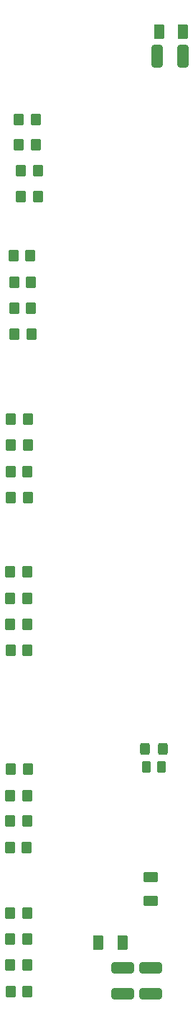
<source format=gtp>
G04 #@! TF.GenerationSoftware,KiCad,Pcbnew,(6.0.6)*
G04 #@! TF.CreationDate,2022-08-29T10:44:39+02:00*
G04 #@! TF.ProjectId,lem-adapter-board,6c656d2d-6164-4617-9074-65722d626f61,rev?*
G04 #@! TF.SameCoordinates,Original*
G04 #@! TF.FileFunction,Paste,Top*
G04 #@! TF.FilePolarity,Positive*
%FSLAX46Y46*%
G04 Gerber Fmt 4.6, Leading zero omitted, Abs format (unit mm)*
G04 Created by KiCad (PCBNEW (6.0.6)) date 2022-08-29 10:44:39*
%MOMM*%
%LPD*%
G01*
G04 APERTURE LIST*
G04 Aperture macros list*
%AMRoundRect*
0 Rectangle with rounded corners*
0 $1 Rounding radius*
0 $2 $3 $4 $5 $6 $7 $8 $9 X,Y pos of 4 corners*
0 Add a 4 corners polygon primitive as box body*
4,1,4,$2,$3,$4,$5,$6,$7,$8,$9,$2,$3,0*
0 Add four circle primitives for the rounded corners*
1,1,$1+$1,$2,$3*
1,1,$1+$1,$4,$5*
1,1,$1+$1,$6,$7*
1,1,$1+$1,$8,$9*
0 Add four rect primitives between the rounded corners*
20,1,$1+$1,$2,$3,$4,$5,0*
20,1,$1+$1,$4,$5,$6,$7,0*
20,1,$1+$1,$6,$7,$8,$9,0*
20,1,$1+$1,$8,$9,$2,$3,0*%
G04 Aperture macros list end*
%ADD10RoundRect,0.250000X-0.400000X-1.075000X0.400000X-1.075000X0.400000X1.075000X-0.400000X1.075000X0*%
%ADD11RoundRect,0.250000X-0.350000X-0.450000X0.350000X-0.450000X0.350000X0.450000X-0.350000X0.450000X0*%
%ADD12RoundRect,0.250000X0.350000X0.450000X-0.350000X0.450000X-0.350000X-0.450000X0.350000X-0.450000X0*%
%ADD13RoundRect,0.250000X1.075000X-0.400000X1.075000X0.400000X-1.075000X0.400000X-1.075000X-0.400000X0*%
%ADD14RoundRect,0.250000X-0.262500X-0.450000X0.262500X-0.450000X0.262500X0.450000X-0.262500X0.450000X0*%
%ADD15RoundRect,0.250000X0.375000X0.625000X-0.375000X0.625000X-0.375000X-0.625000X0.375000X-0.625000X0*%
%ADD16RoundRect,0.250000X0.625000X-0.375000X0.625000X0.375000X-0.625000X0.375000X-0.625000X-0.375000X0*%
%ADD17RoundRect,0.250000X-0.325000X-0.450000X0.325000X-0.450000X0.325000X0.450000X-0.325000X0.450000X0*%
G04 APERTURE END LIST*
D10*
X69925600Y-18719800D03*
X73025600Y-18719800D03*
D11*
X53914800Y-35255200D03*
X55914800Y-35255200D03*
D12*
X54619400Y-105638600D03*
X52619400Y-105638600D03*
D13*
X69215000Y-128956400D03*
X69215000Y-125856400D03*
D12*
X55635400Y-29159200D03*
X53635400Y-29159200D03*
D11*
X52619400Y-125577600D03*
X54619400Y-125577600D03*
X52654200Y-128651000D03*
X54654200Y-128651000D03*
D12*
X54628800Y-82473800D03*
X52628800Y-82473800D03*
D14*
X68658100Y-102311200D03*
X70483100Y-102311200D03*
D15*
X65865200Y-122910600D03*
X63065200Y-122910600D03*
D12*
X54695600Y-61366400D03*
X52695600Y-61366400D03*
D13*
X65862200Y-128981800D03*
X65862200Y-125881800D03*
D12*
X55000400Y-42164000D03*
X53000400Y-42164000D03*
X55076600Y-45262800D03*
X53076600Y-45262800D03*
D11*
X52619400Y-108635800D03*
X54619400Y-108635800D03*
D12*
X54644800Y-122529600D03*
X52644800Y-122529600D03*
X54730400Y-64439800D03*
X52730400Y-64439800D03*
D11*
X53127400Y-51409600D03*
X55127400Y-51409600D03*
X52670200Y-88569800D03*
X54670200Y-88569800D03*
X52730400Y-70612000D03*
X54730400Y-70612000D03*
X52644800Y-85496400D03*
X54644800Y-85496400D03*
X52568600Y-111785400D03*
X54568600Y-111785400D03*
D12*
X55635400Y-26136600D03*
X53635400Y-26136600D03*
X54737000Y-102514400D03*
X52737000Y-102514400D03*
D11*
X53889400Y-32207200D03*
X55889400Y-32207200D03*
D12*
X54635400Y-79349600D03*
X52635400Y-79349600D03*
D11*
X53076600Y-48361600D03*
X55076600Y-48361600D03*
D15*
X73031000Y-15798800D03*
X70231000Y-15798800D03*
D11*
X52679600Y-67538600D03*
X54679600Y-67538600D03*
D16*
X69240400Y-118062200D03*
X69240400Y-115262200D03*
D12*
X54628800Y-119456200D03*
X52628800Y-119456200D03*
D17*
X68562000Y-100126800D03*
X70612000Y-100126800D03*
M02*

</source>
